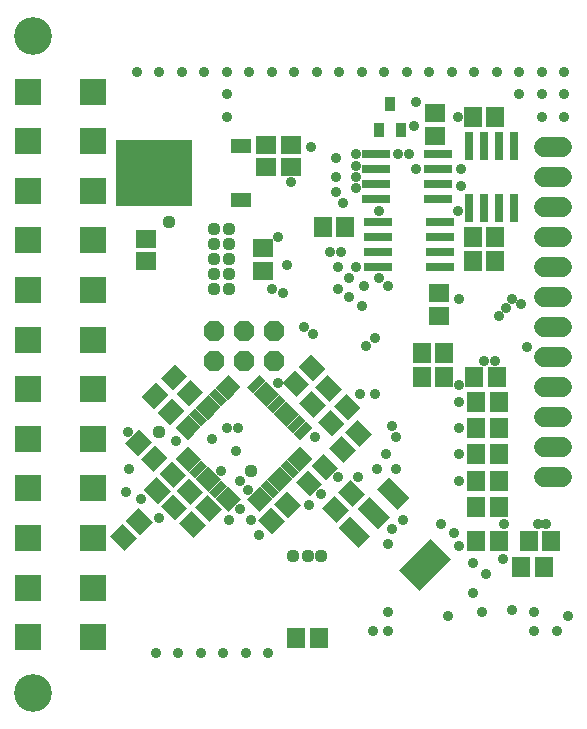
<source format=gbr>
G04 EAGLE Gerber RS-274X export*
G75*
%MOMM*%
%FSLAX34Y34*%
%LPD*%
%INSoldermask Bottom*%
%IPPOS*%
%AMOC8*
5,1,8,0,0,1.08239X$1,22.5*%
G01*
%ADD10R,1.503200X1.703200*%
%ADD11R,1.703200X1.503200*%
%ADD12R,2.403200X0.803200*%
%ADD13R,0.803200X2.403200*%
%ADD14R,1.473200X0.762000*%
%ADD15R,0.762000X1.473200*%
%ADD16R,0.903200X1.203200*%
%ADD17C,1.727200*%
%ADD18R,6.403200X5.603200*%
%ADD19R,1.803200X1.203200*%
%ADD20R,1.422400X2.438400*%
%ADD21R,3.803200X2.403200*%
%ADD22R,2.303200X2.303200*%
%ADD23C,3.203200*%
%ADD24P,1.869504X8X202.500000*%
%ADD25C,1.117600*%
%ADD26C,0.914400*%


D10*
X428600Y228600D03*
X409600Y228600D03*
X428600Y206375D03*
X409600Y206375D03*
X428600Y184150D03*
X409600Y184150D03*
X428600Y161925D03*
X409600Y161925D03*
X363563Y249238D03*
X382563Y249238D03*
X427013Y249238D03*
X408013Y249238D03*
X382563Y269875D03*
X363563Y269875D03*
D11*
X228600Y339750D03*
X228600Y358750D03*
D12*
X324838Y412750D03*
X376838Y412750D03*
X324838Y400050D03*
X324838Y425450D03*
X324838Y438150D03*
X376838Y400050D03*
X376838Y425450D03*
X376838Y438150D03*
D10*
X473050Y111125D03*
X454050Y111125D03*
X466700Y88900D03*
X447700Y88900D03*
X406425Y469900D03*
X425425Y469900D03*
X279425Y376238D03*
X298425Y376238D03*
X425425Y347663D03*
X406425Y347663D03*
X406425Y368300D03*
X425425Y368300D03*
D13*
X415925Y445100D03*
X415925Y393100D03*
X403225Y445100D03*
X428625Y445100D03*
X441325Y445100D03*
X403225Y393100D03*
X428625Y393100D03*
X441325Y393100D03*
D10*
G36*
X155719Y153475D02*
X166348Y164104D01*
X178391Y152061D01*
X167762Y141432D01*
X155719Y153475D01*
G37*
G36*
X142284Y140039D02*
X152913Y150668D01*
X164956Y138625D01*
X154327Y127996D01*
X142284Y140039D01*
G37*
G36*
X247506Y127513D02*
X236877Y116884D01*
X224834Y128927D01*
X235463Y139556D01*
X247506Y127513D01*
G37*
G36*
X260941Y140948D02*
X250312Y130319D01*
X238269Y142362D01*
X248898Y152991D01*
X260941Y140948D01*
G37*
G36*
X268144Y243400D02*
X257515Y232771D01*
X245472Y244814D01*
X256101Y255443D01*
X268144Y243400D01*
G37*
G36*
X281579Y256836D02*
X270950Y246207D01*
X258907Y258250D01*
X269536Y268879D01*
X281579Y256836D01*
G37*
G36*
X122751Y182707D02*
X112122Y193336D01*
X124165Y205379D01*
X134794Y194750D01*
X122751Y182707D01*
G37*
G36*
X136186Y169271D02*
X125557Y179900D01*
X137600Y191943D01*
X148229Y181314D01*
X136186Y169271D01*
G37*
G36*
X180831Y124338D02*
X170202Y113709D01*
X158159Y125752D01*
X168788Y136381D01*
X180831Y124338D01*
G37*
G36*
X194266Y137773D02*
X183637Y127144D01*
X171594Y139187D01*
X182223Y149816D01*
X194266Y137773D01*
G37*
G36*
X151887Y231631D02*
X162516Y221002D01*
X150473Y208959D01*
X139844Y219588D01*
X151887Y231631D01*
G37*
G36*
X138452Y245066D02*
X149081Y234437D01*
X137038Y222394D01*
X126409Y233023D01*
X138452Y245066D01*
G37*
G36*
X167762Y247506D02*
X178391Y236877D01*
X166348Y224834D01*
X155719Y235463D01*
X167762Y247506D01*
G37*
G36*
X154327Y260941D02*
X164956Y250312D01*
X152913Y238269D01*
X142284Y248898D01*
X154327Y260941D01*
G37*
G36*
X270019Y174112D02*
X280648Y184741D01*
X292691Y172698D01*
X282062Y162069D01*
X270019Y174112D01*
G37*
G36*
X256584Y160677D02*
X267213Y171306D01*
X279256Y159263D01*
X268627Y148634D01*
X256584Y160677D01*
G37*
G36*
X298594Y202687D02*
X309223Y213316D01*
X321266Y201273D01*
X310637Y190644D01*
X298594Y202687D01*
G37*
G36*
X285159Y189252D02*
X295788Y199881D01*
X307831Y187838D01*
X297202Y177209D01*
X285159Y189252D01*
G37*
G36*
X298306Y210063D02*
X287677Y199434D01*
X275634Y211477D01*
X286263Y222106D01*
X298306Y210063D01*
G37*
G36*
X311741Y223498D02*
X301112Y212869D01*
X289069Y224912D01*
X299698Y235541D01*
X311741Y223498D01*
G37*
G36*
X282431Y225938D02*
X271802Y215309D01*
X259759Y227352D01*
X270388Y237981D01*
X282431Y225938D01*
G37*
G36*
X295866Y239373D02*
X285237Y228744D01*
X273194Y240787D01*
X283823Y251416D01*
X295866Y239373D01*
G37*
D14*
G36*
X210073Y146037D02*
X199657Y135621D01*
X194269Y141009D01*
X204685Y151425D01*
X210073Y146037D01*
G37*
G36*
X204416Y151694D02*
X194000Y141278D01*
X188612Y146666D01*
X199028Y157082D01*
X204416Y151694D01*
G37*
G36*
X198759Y157350D02*
X188343Y146934D01*
X182955Y152322D01*
X193371Y162738D01*
X198759Y157350D01*
G37*
G36*
X193102Y163007D02*
X182686Y152591D01*
X177298Y157979D01*
X187714Y168395D01*
X193102Y163007D01*
G37*
G36*
X187445Y168664D02*
X177029Y158248D01*
X171641Y163636D01*
X182057Y174052D01*
X187445Y168664D01*
G37*
G36*
X181788Y174321D02*
X171372Y163905D01*
X165984Y169293D01*
X176400Y179709D01*
X181788Y174321D01*
G37*
G36*
X176132Y179978D02*
X165716Y169562D01*
X160328Y174950D01*
X170744Y185366D01*
X176132Y179978D01*
G37*
G36*
X170475Y185635D02*
X160059Y175219D01*
X154671Y180607D01*
X165087Y191023D01*
X170475Y185635D01*
G37*
D15*
G36*
X170475Y201715D02*
X165087Y196327D01*
X154671Y206743D01*
X160059Y212131D01*
X170475Y201715D01*
G37*
G36*
X176132Y207372D02*
X170744Y201984D01*
X160328Y212400D01*
X165716Y217788D01*
X176132Y207372D01*
G37*
G36*
X181788Y213029D02*
X176400Y207641D01*
X165984Y218057D01*
X171372Y223445D01*
X181788Y213029D01*
G37*
G36*
X187445Y218686D02*
X182057Y213298D01*
X171641Y223714D01*
X177029Y229102D01*
X187445Y218686D01*
G37*
G36*
X193102Y224343D02*
X187714Y218955D01*
X177298Y229371D01*
X182686Y234759D01*
X193102Y224343D01*
G37*
G36*
X198759Y230000D02*
X193371Y224612D01*
X182955Y235028D01*
X188343Y240416D01*
X198759Y230000D01*
G37*
G36*
X204416Y235656D02*
X199028Y230268D01*
X188612Y240684D01*
X194000Y246072D01*
X204416Y235656D01*
G37*
G36*
X210073Y241313D02*
X204685Y235925D01*
X194269Y246341D01*
X199657Y251729D01*
X210073Y241313D01*
G37*
D14*
G36*
X231181Y246341D02*
X220765Y235925D01*
X215377Y241313D01*
X225793Y251729D01*
X231181Y246341D01*
G37*
G36*
X236838Y240684D02*
X226422Y230268D01*
X221034Y235656D01*
X231450Y246072D01*
X236838Y240684D01*
G37*
G36*
X242495Y235028D02*
X232079Y224612D01*
X226691Y230000D01*
X237107Y240416D01*
X242495Y235028D01*
G37*
G36*
X248152Y229371D02*
X237736Y218955D01*
X232348Y224343D01*
X242764Y234759D01*
X248152Y229371D01*
G37*
G36*
X253809Y223714D02*
X243393Y213298D01*
X238005Y218686D01*
X248421Y229102D01*
X253809Y223714D01*
G37*
G36*
X259466Y218057D02*
X249050Y207641D01*
X243662Y213029D01*
X254078Y223445D01*
X259466Y218057D01*
G37*
G36*
X265122Y212400D02*
X254706Y201984D01*
X249318Y207372D01*
X259734Y217788D01*
X265122Y212400D01*
G37*
G36*
X270779Y206743D02*
X260363Y196327D01*
X254975Y201715D01*
X265391Y212131D01*
X270779Y206743D01*
G37*
D15*
G36*
X270779Y180607D02*
X265391Y175219D01*
X254975Y185635D01*
X260363Y191023D01*
X270779Y180607D01*
G37*
G36*
X265122Y174950D02*
X259734Y169562D01*
X249318Y179978D01*
X254706Y185366D01*
X265122Y174950D01*
G37*
G36*
X259466Y169293D02*
X254078Y163905D01*
X243662Y174321D01*
X249050Y179709D01*
X259466Y169293D01*
G37*
G36*
X253809Y163636D02*
X248421Y158248D01*
X238005Y168664D01*
X243393Y174052D01*
X253809Y163636D01*
G37*
G36*
X248152Y157979D02*
X242764Y152591D01*
X232348Y163007D01*
X237736Y168395D01*
X248152Y157979D01*
G37*
G36*
X242495Y152322D02*
X237107Y146934D01*
X226691Y157350D01*
X232079Y162738D01*
X242495Y152322D01*
G37*
G36*
X236838Y146666D02*
X231450Y141278D01*
X221034Y151694D01*
X226422Y157082D01*
X236838Y146666D01*
G37*
G36*
X231181Y141009D02*
X225793Y135621D01*
X215377Y146037D01*
X220765Y151425D01*
X231181Y141009D01*
G37*
D11*
X252413Y446063D03*
X252413Y427063D03*
X130175Y366688D03*
X130175Y347688D03*
X231775Y427063D03*
X231775Y446063D03*
D16*
X336550Y480900D03*
X327050Y458900D03*
X346050Y458900D03*
D11*
X374650Y454050D03*
X374650Y473050D03*
D10*
G36*
X150669Y152913D02*
X140040Y142284D01*
X127997Y154327D01*
X138626Y164956D01*
X150669Y152913D01*
G37*
G36*
X164104Y166348D02*
X153475Y155719D01*
X141432Y167762D01*
X152061Y178391D01*
X164104Y166348D01*
G37*
D17*
X467043Y241300D02*
X482283Y241300D01*
X482283Y266700D02*
X467043Y266700D01*
X467043Y292100D02*
X482283Y292100D01*
X482283Y317500D02*
X467043Y317500D01*
X467043Y342900D02*
X482283Y342900D01*
D18*
X136925Y422275D03*
D19*
X209925Y445075D03*
X209925Y399475D03*
D10*
X276200Y28575D03*
X257200Y28575D03*
X409600Y111125D03*
X428600Y111125D03*
X409600Y139700D03*
X428600Y139700D03*
D20*
G36*
X319881Y114688D02*
X309824Y104631D01*
X292583Y121872D01*
X302640Y131929D01*
X319881Y114688D01*
G37*
G36*
X336225Y131032D02*
X326168Y120975D01*
X308927Y138216D01*
X318984Y148273D01*
X336225Y131032D01*
G37*
G36*
X352569Y147376D02*
X342512Y137319D01*
X325271Y154560D01*
X335328Y164617D01*
X352569Y147376D01*
G37*
D21*
G36*
X388343Y95748D02*
X361452Y68857D01*
X344459Y85850D01*
X371350Y112741D01*
X388343Y95748D01*
G37*
D10*
G36*
X292244Y151887D02*
X302873Y162516D01*
X314916Y150473D01*
X304287Y139844D01*
X292244Y151887D01*
G37*
G36*
X278809Y138452D02*
X289438Y149081D01*
X301481Y137038D01*
X290852Y126409D01*
X278809Y138452D01*
G37*
D22*
X84650Y491350D03*
X84650Y449350D03*
X84650Y407350D03*
X84650Y365350D03*
X84650Y323350D03*
X84650Y281350D03*
X84650Y239350D03*
X84650Y197350D03*
X84650Y155350D03*
X84650Y113350D03*
X84650Y71350D03*
X29650Y491350D03*
X29650Y449350D03*
X29650Y407350D03*
X29650Y365350D03*
X29650Y323350D03*
X29650Y281350D03*
X29650Y239350D03*
X29650Y197350D03*
X29650Y155350D03*
X29650Y113350D03*
X84650Y29350D03*
X29650Y71350D03*
X29650Y29350D03*
D23*
X34250Y538350D03*
X34250Y-17650D03*
D17*
X467043Y215900D02*
X482283Y215900D01*
X482283Y190500D02*
X467043Y190500D01*
X467043Y165100D02*
X482283Y165100D01*
D10*
G36*
X112857Y128075D02*
X123486Y138704D01*
X135529Y126661D01*
X124900Y116032D01*
X112857Y128075D01*
G37*
G36*
X99422Y114639D02*
X110051Y125268D01*
X122094Y113225D01*
X111465Y102596D01*
X99422Y114639D01*
G37*
D17*
X467043Y444500D02*
X482283Y444500D01*
X482283Y419100D02*
X467043Y419100D01*
X467043Y393700D02*
X482283Y393700D01*
X482283Y368300D02*
X467043Y368300D01*
D12*
X378425Y368300D03*
X326425Y368300D03*
X378425Y381000D03*
X378425Y355600D03*
X378425Y342900D03*
X326425Y381000D03*
X326425Y355600D03*
X326425Y342900D03*
D11*
X377825Y301650D03*
X377825Y320650D03*
D24*
X238125Y288925D03*
X238125Y263525D03*
X212725Y288925D03*
X212725Y263525D03*
X187325Y288925D03*
X187325Y263525D03*
D25*
X141288Y203200D03*
X219075Y169863D03*
X149225Y381000D03*
X187325Y374650D03*
X200025Y374650D03*
X187325Y361950D03*
X200025Y361950D03*
X200025Y349250D03*
X187325Y349250D03*
X187325Y336550D03*
X200025Y336550D03*
X200025Y323850D03*
X187325Y323850D03*
D26*
X327025Y390525D03*
X396875Y425450D03*
X290513Y434975D03*
X468313Y125413D03*
X414338Y50800D03*
X417513Y82550D03*
X225425Y115888D03*
X268288Y141288D03*
X309563Y165100D03*
X311150Y234950D03*
X323850Y282575D03*
X125413Y146050D03*
X141288Y130175D03*
X112713Y152400D03*
X325438Y171450D03*
X157163Y15875D03*
X176213Y15875D03*
X195263Y15875D03*
X214313Y15875D03*
X233363Y15875D03*
X385763Y47625D03*
X301625Y333375D03*
X396875Y411163D03*
X269875Y444500D03*
X358775Y482600D03*
X379413Y125413D03*
X292100Y165100D03*
X277813Y150813D03*
X341313Y171450D03*
X333375Y184150D03*
X458788Y50800D03*
X209550Y138113D03*
X219075Y128588D03*
X200025Y128588D03*
X395288Y106363D03*
X115888Y171450D03*
X315913Y276225D03*
X323850Y234950D03*
X138113Y15875D03*
X141288Y508000D03*
X160338Y508000D03*
X179388Y508000D03*
X198438Y508000D03*
X217488Y508000D03*
X236538Y508000D03*
X255588Y508000D03*
X122238Y508000D03*
X293688Y508000D03*
X312738Y508000D03*
X331788Y508000D03*
X350838Y508000D03*
X369888Y508000D03*
X388938Y508000D03*
X407988Y508000D03*
X274638Y508000D03*
X427038Y508000D03*
X446088Y508000D03*
X465138Y508000D03*
X198438Y488950D03*
X198438Y469900D03*
X484188Y508000D03*
X446088Y488950D03*
X465138Y488950D03*
X484188Y488950D03*
X465138Y469900D03*
X296863Y396875D03*
X292100Y342900D03*
X292100Y323850D03*
X338138Y120650D03*
X347663Y128588D03*
X334963Y107950D03*
X334963Y50800D03*
X334963Y34925D03*
X301625Y317500D03*
X290513Y419100D03*
X290513Y406400D03*
X458788Y34925D03*
X477838Y34925D03*
X487363Y47625D03*
X415925Y263525D03*
X425450Y263525D03*
X461963Y125413D03*
X433388Y125413D03*
X431800Y95250D03*
X484188Y469900D03*
X263525Y292100D03*
X314325Y327025D03*
X358775Y425450D03*
X241300Y244475D03*
X352425Y438150D03*
X395288Y228600D03*
X307975Y438150D03*
X395288Y161925D03*
X307975Y409575D03*
X395288Y184150D03*
X307975Y419100D03*
X342900Y438150D03*
X395288Y242888D03*
X295275Y355600D03*
X285750Y355600D03*
X241300Y368300D03*
X395288Y315913D03*
X312738Y309563D03*
X395288Y206375D03*
X307975Y428625D03*
X447675Y311150D03*
X439738Y52388D03*
X246063Y320675D03*
X236538Y323850D03*
X249238Y344488D03*
X322263Y34925D03*
X393700Y469900D03*
X452438Y274638D03*
D25*
X254000Y98425D03*
X266700Y98425D03*
X277813Y98425D03*
D26*
X307975Y342900D03*
X393700Y390525D03*
X439738Y315913D03*
X406400Y66675D03*
X198438Y206375D03*
X114300Y203200D03*
X215900Y153988D03*
X209550Y161925D03*
X207963Y206375D03*
X206375Y187325D03*
X252413Y414338D03*
X155575Y195263D03*
X193675Y169863D03*
X334963Y327025D03*
X273050Y198438D03*
X338138Y207963D03*
X185738Y196850D03*
X327025Y333375D03*
X341313Y198438D03*
X271463Y285750D03*
X357188Y461963D03*
X434975Y307975D03*
X406400Y92075D03*
X428625Y301625D03*
X390525Y117475D03*
D25*
X336550Y153988D03*
M02*

</source>
